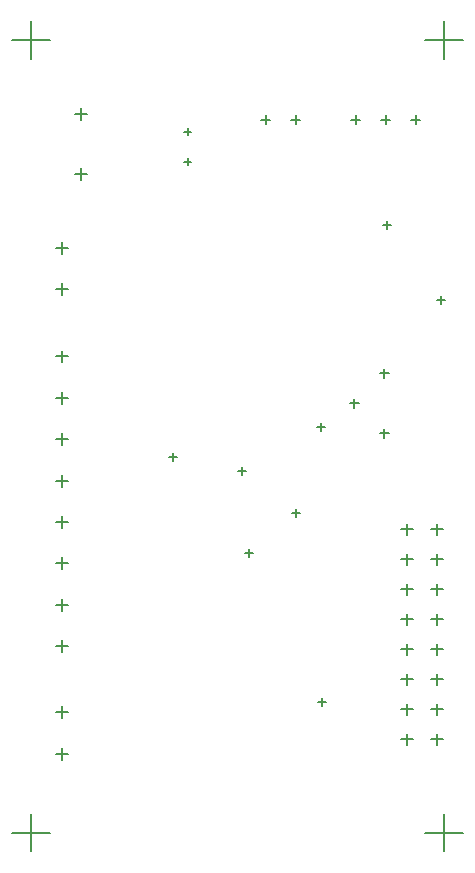
<source format=gbr>
%FSTAX23Y23*%
%MOIN*%
%SFA1B1*%

%IPPOS*%
%ADD31C,0.005000*%
%LN+-10v_stepdir_colorlight_drillmap_1-1*%
%LPD*%
G54D31*
X01452Y00118D02*
X01578D01*
X01515Y00055D02*
Y00181D01*
X00074Y00118D02*
X002D01*
X00137Y00055D02*
Y00181D01*
X0022Y0074D02*
X00259D01*
X0024Y0072D02*
Y0076D01*
X0022Y00878D02*
X00259D01*
X0024Y00858D02*
Y00897D01*
X0022Y01016D02*
X00259D01*
X0024Y00996D02*
Y01035D01*
X0022Y01153D02*
X00259D01*
X0024Y01134D02*
Y01173D01*
X0022Y01291D02*
X00259D01*
X0024Y01271D02*
Y01311D01*
X0022Y01429D02*
X00259D01*
X0024Y01409D02*
Y01449D01*
X0022Y01567D02*
X00259D01*
X0024Y01547D02*
Y01586D01*
X0022Y01705D02*
X00259D01*
X0024Y01685D02*
Y01724D01*
X0022Y02067D02*
X00259D01*
X0024Y02047D02*
Y02086D01*
X0022Y01929D02*
X00259D01*
X0024Y01909D02*
Y01949D01*
X0022Y00519D02*
X00259D01*
X0024Y00499D02*
Y00539D01*
X0022Y00381D02*
X00259D01*
X0024Y00361D02*
Y00401D01*
X01305Y02494D02*
X01335D01*
X0132Y02479D02*
Y02509D01*
X01405Y02494D02*
X01435D01*
X0142Y02479D02*
Y02509D01*
X01205Y02494D02*
X01235D01*
X0122Y02479D02*
Y02509D01*
X01005Y02494D02*
X01035D01*
X0102Y02479D02*
Y02509D01*
X00905Y02494D02*
X00935D01*
X0092Y02479D02*
Y02509D01*
X00648Y02354D02*
X00671D01*
X0066Y02342D02*
Y02366D01*
X00648Y02454D02*
X00671D01*
X0066Y02442D02*
Y02466D01*
X00285Y02314D02*
X00324D01*
X00305Y02294D02*
Y02334D01*
X00285Y02514D02*
X00324D01*
X00305Y02494D02*
Y02534D01*
X013Y01449D02*
X0133D01*
X01315Y01434D02*
Y01464D01*
X012Y01549D02*
X0123D01*
X01215Y01534D02*
Y01564D01*
X013Y01649D02*
X0133D01*
X01315Y01634D02*
Y01664D01*
X0137Y01129D02*
X01409D01*
X0139Y0111D02*
Y01148D01*
X0147Y01129D02*
X01509D01*
X0149Y0111D02*
Y01148D01*
X0137Y01029D02*
X01409D01*
X0139Y0101D02*
Y01048D01*
X0147Y01029D02*
X01509D01*
X0149Y0101D02*
Y01048D01*
X0137Y00929D02*
X01409D01*
X0139Y0091D02*
Y00948D01*
X0147Y00929D02*
X01509D01*
X0149Y0091D02*
Y00948D01*
X0137Y00829D02*
X01409D01*
X0139Y0081D02*
Y00848D01*
X0147Y00829D02*
X01509D01*
X0149Y0081D02*
Y00848D01*
X0137Y00729D02*
X01409D01*
X0139Y0071D02*
Y00748D01*
X0147Y00729D02*
X01509D01*
X0149Y0071D02*
Y00748D01*
X0137Y00629D02*
X01409D01*
X0139Y0061D02*
Y00648D01*
X0147Y00629D02*
X01509D01*
X0149Y0061D02*
Y00648D01*
X0137Y00529D02*
X01409D01*
X0139Y0051D02*
Y00548D01*
X0147Y00529D02*
X01509D01*
X0149Y0051D02*
Y00548D01*
X0137Y00429D02*
X01409D01*
X0139Y0041D02*
Y00448D01*
X0147Y00429D02*
X01509D01*
X0149Y0041D02*
Y00448D01*
X01452Y0276D02*
X01578D01*
X01515Y02697D02*
Y02823D01*
X00074Y0276D02*
X002D01*
X00137Y02697D02*
Y02823D01*
X01006Y01184D02*
X01033D01*
X0102Y0117D02*
Y01198D01*
X01091Y01469D02*
X01118D01*
X01105Y01455D02*
Y01483D01*
X01093Y00554D02*
X01121D01*
X01107Y0054D02*
Y00568D01*
X00851Y01049D02*
X00878D01*
X00865Y01035D02*
Y01063D01*
X00596Y01369D02*
X00623D01*
X0061Y01355D02*
Y01383D01*
X01491Y01894D02*
X01518D01*
X01505Y0188D02*
Y01908D01*
X01309Y02143D02*
X01337D01*
X01323Y02129D02*
Y02156D01*
X00826Y01324D02*
X00853D01*
X0084Y0131D02*
Y01338D01*
M02*
</source>
